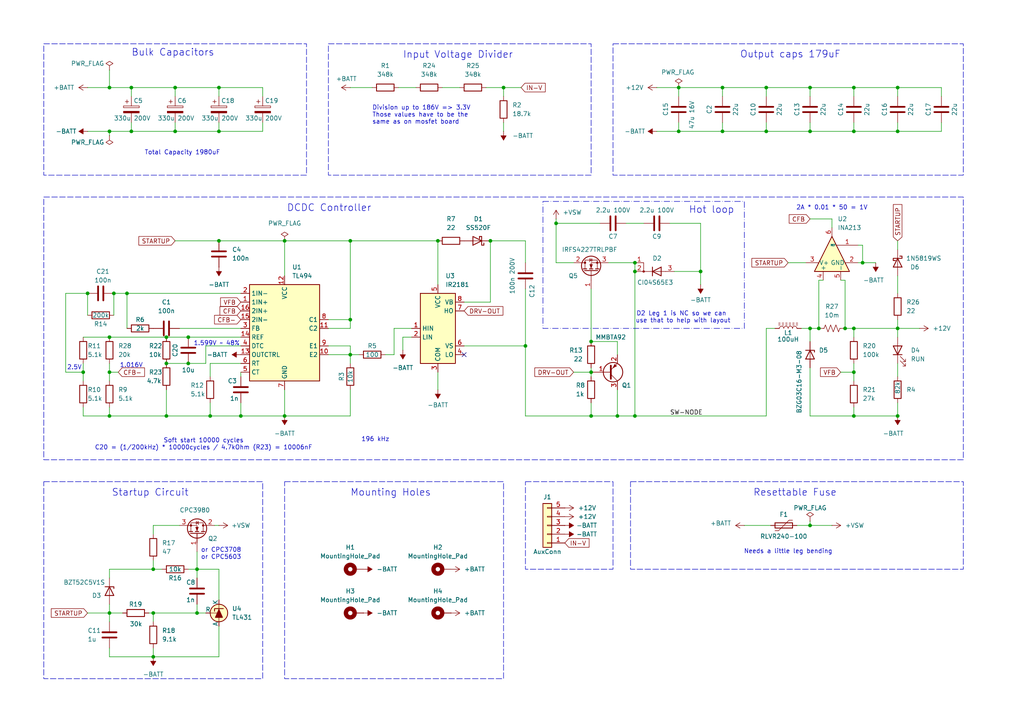
<source format=kicad_sch>
(kicad_sch (version 20231120) (generator "eeschema") (generator_version "8.0")
  (paper "A4")
  (title_block (title "Power supply for 200V applications") (date "2024-05-22") (rev "3.2.0") (comment 1 "Power supply for 200V applications") (comment 2 "For 100x220 enclosure"))
  (junction (at 260.35 95.25))
  (junction (at 44.45 177.8))
  (junction (at 234.95 95.25))
  (junction (at 260.35 120.65))
  (junction (at 245.11 95.25))
  (junction (at 171.45 107.95))
  (junction (at 237.49 95.25))
  (junction (at 31.75 25.4))
  (junction (at 209.55 25.4))
  (junction (at 101.6 69.85))
  (junction (at 222.25 38.1))
  (junction (at 234.95 152.4))
  (junction (at 38.1 38.1))
  (junction (at 260.35 38.1))
  (junction (at 54.61 97.79))
  (junction (at 247.65 95.25))
  (junction (at 184.15 76.2))
  (junction (at 127 69.85))
  (junction (at 31.75 177.8))
  (junction (at 196.85 25.4))
  (junction (at 48.26 105.41))
  (junction (at 247.65 25.4))
  (junction (at 222.25 25.4))
  (junction (at 63.5 69.85))
  (junction (at 63.5 38.1))
  (junction (at 25.4 85.09))
  (junction (at 31.75 120.65))
  (junction (at 31.75 38.1))
  (junction (at 247.65 120.65))
  (junction (at 38.1 25.4))
  (junction (at 60.96 120.65))
  (junction (at 36.83 85.09))
  (junction (at 247.65 38.1))
  (junction (at 146.05 25.4))
  (junction (at 161.29 64.77))
  (junction (at 184.15 120.65))
  (junction (at 82.55 120.65))
  (junction (at 171.45 120.65))
  (junction (at 184.15 78.74))
  (junction (at 196.85 38.1))
  (junction (at 234.95 25.4))
  (junction (at 50.8 25.4))
  (junction (at 48.26 97.79))
  (junction (at 44.45 165.1))
  (junction (at 44.45 190.5))
  (junction (at 31.75 107.95))
  (junction (at 171.45 99.06))
  (junction (at 50.8 38.1))
  (junction (at 57.15 177.8))
  (junction (at 203.2 78.74))
  (junction (at 101.6 92.71))
  (junction (at 250.19 76.2))
  (junction (at 209.55 38.1))
  (junction (at 260.35 25.4))
  (junction (at 24.13 107.95))
  (junction (at 54.61 105.41))
  (junction (at 48.26 120.65))
  (junction (at 82.55 69.85))
  (junction (at 57.15 165.1))
  (junction (at 179.07 120.65))
  (junction (at 63.5 25.4))
  (junction (at 31.75 97.79))
  (junction (at 142.24 69.85))
  (junction (at 69.85 120.65))
  (junction (at 152.4 100.33))
  (junction (at 33.02 85.09))
  (junction (at 101.6 102.87))
  (junction (at 247.65 107.95))
  (junction (at 234.95 38.1))
  (no_connect (at 134.62 102.87))
  (wire (pts (xy 222.25 95.25) (xy 222.25 120.65)))
  (wire (pts (xy 184.15 78.74) (xy 184.15 120.65)))
  (wire (pts (xy 101.6 100.33) (xy 101.6 102.87)))
  (wire (pts (xy 260.35 97.79) (xy 260.35 95.25)))
  (wire (pts (xy 134.62 100.33) (xy 152.4 100.33)))
  (wire (pts (xy 54.61 105.41) (xy 59.69 105.41)))
  (wire (pts (xy 222.25 35.56) (xy 222.25 38.1)))
  (wire (pts (xy 31.75 107.95) (xy 34.29 107.95)))
  (wire (pts (xy 250.19 71.12) (xy 248.92 71.12)))
  (wire (pts (xy 260.35 95.25) (xy 266.7 95.25)))
  (wire (pts (xy 116.84 97.79) (xy 119.38 97.79)))
  (wire (pts (xy 179.07 99.06) (xy 171.45 99.06)))
  (wire (pts (xy 234.95 25.4) (xy 234.95 27.94)))
  (wire (pts (xy 247.65 25.4) (xy 247.65 27.94)))
  (wire (pts (xy 57.15 177.8) (xy 59.69 177.8)))
  (wire (pts (xy 38.1 27.94) (xy 38.1 25.4)))
  (wire (pts (xy 161.29 63.5) (xy 161.29 64.77)))
  (wire (pts (xy 54.61 165.1) (xy 57.15 165.1)))
  (wire (pts (xy 273.05 25.4) (xy 273.05 27.94)))
  (wire (pts (xy 31.75 177.8) (xy 35.56 177.8)))
  (wire (pts (xy 234.95 151.13) (xy 234.95 152.4)))
  (wire (pts (xy 44.45 162.56) (xy 44.45 165.1)))
  (wire (pts (xy 44.45 177.8) (xy 43.18 177.8)))
  (wire (pts (xy 31.75 38.1) (xy 38.1 38.1)))
  (wire (pts (xy 260.35 109.22) (xy 260.35 105.41)))
  (wire (pts (xy 196.85 38.1) (xy 209.55 38.1)))
  (wire (pts (xy 31.75 120.65) (xy 48.26 120.65)))
  (wire (pts (xy 142.24 69.85) (xy 152.4 69.85)))
  (wire (pts (xy 247.65 25.4) (xy 260.35 25.4)))
  (wire (pts (xy 57.15 165.1) (xy 57.15 167.64)))
  (wire (pts (xy 190.5 25.4) (xy 196.85 25.4)))
  (wire (pts (xy 82.55 113.03) (xy 82.55 120.65)))
  (wire (pts (xy 203.2 82.55) (xy 203.2 78.74)))
  (wire (pts (xy 114.3 102.87) (xy 114.3 95.25)))
  (wire (pts (xy 31.75 39.37) (xy 31.75 38.1)))
  (wire (pts (xy 234.95 99.06) (xy 234.95 95.25)))
  (wire (pts (xy 59.69 105.41) (xy 59.69 100.33)))
  (wire (pts (xy 247.65 118.11) (xy 247.65 120.65)))
  (wire (pts (xy 31.75 177.8) (xy 31.75 175.26)))
  (wire (pts (xy 36.83 85.09) (xy 36.83 95.25)))
  (wire (pts (xy 31.75 165.1) (xy 31.75 167.64)))
  (wire (pts (xy 179.07 113.03) (xy 179.07 120.65)))
  (wire (pts (xy 44.45 177.8) (xy 57.15 177.8)))
  (wire (pts (xy 44.45 190.5) (xy 63.5 190.5)))
  (wire (pts (xy 19.05 85.09) (xy 19.05 107.95)))
  (wire (pts (xy 48.26 105.41) (xy 54.61 105.41)))
  (wire (pts (xy 38.1 25.4) (xy 50.8 25.4)))
  (wire (pts (xy 101.6 69.85) (xy 101.6 92.71)))
  (wire (pts (xy 63.5 38.1) (xy 76.2 38.1)))
  (wire (pts (xy 50.8 69.85) (xy 63.5 69.85)))
  (wire (pts (xy 50.8 25.4) (xy 63.5 25.4)))
  (wire (pts (xy 245.11 81.28) (xy 245.11 95.25)))
  (wire (pts (xy 237.49 81.28) (xy 237.49 95.25)))
  (wire (pts (xy 48.26 113.03) (xy 48.26 120.65)))
  (wire (pts (xy 24.13 107.95) (xy 24.13 105.41)))
  (wire (pts (xy 234.95 35.56) (xy 234.95 38.1)))
  (wire (pts (xy 101.6 113.03) (xy 101.6 120.65)))
  (wire (pts (xy 60.96 120.65) (xy 60.96 116.84)))
  (wire (pts (xy 24.13 120.65) (xy 31.75 120.65)))
  (wire (pts (xy 134.62 87.63) (xy 142.24 87.63)))
  (wire (pts (xy 127 69.85) (xy 127 82.55)))
  (wire (pts (xy 116.84 101.6) (xy 116.84 97.79)))
  (wire (pts (xy 152.4 69.85) (xy 152.4 76.2)))
  (wire (pts (xy 31.75 165.1) (xy 44.45 165.1)))
  (wire (pts (xy 33.02 85.09) (xy 36.83 85.09)))
  (wire (pts (xy 243.84 81.28) (xy 245.11 81.28)))
  (wire (pts (xy 203.2 64.77) (xy 203.2 78.74)))
  (wire (pts (xy 166.37 107.95) (xy 171.45 107.95)))
  (wire (pts (xy 31.75 97.79) (xy 48.26 97.79)))
  (wire (pts (xy 273.05 38.1) (xy 260.35 38.1)))
  (wire (pts (xy 247.65 110.49) (xy 247.65 107.95)))
  (wire (pts (xy 95.25 100.33) (xy 101.6 100.33)))
  (wire (pts (xy 250.19 76.2) (xy 254 76.2)))
  (wire (pts (xy 44.45 190.5) (xy 44.45 187.96)))
  (wire (pts (xy 176.53 76.2) (xy 184.15 76.2)))
  (wire (pts (xy 44.45 152.4) (xy 44.45 154.94)))
  (wire (pts (xy 31.75 180.34) (xy 31.75 177.8)))
  (wire (pts (xy 69.85 120.65) (xy 69.85 116.84)))
  (wire (pts (xy 196.85 25.4) (xy 209.55 25.4)))
  (wire (pts (xy 57.15 175.26) (xy 57.15 177.8)))
  (wire (pts (xy 57.15 160.02) (xy 57.15 165.1)))
  (wire (pts (xy 209.55 25.4) (xy 209.55 27.94)))
  (wire (pts (xy 152.4 83.82) (xy 152.4 100.33)))
  (wire (pts (xy 234.95 38.1) (xy 222.25 38.1)))
  (wire (pts (xy 250.19 71.12) (xy 250.19 76.2)))
  (wire (pts (xy 237.49 81.28) (xy 238.76 81.28)))
  (wire (pts (xy 171.45 116.84) (xy 171.45 120.65)))
  (wire (pts (xy 196.85 25.4) (xy 196.85 27.94)))
  (wire (pts (xy 95.25 92.71) (xy 101.6 92.71)))
  (wire (pts (xy 161.29 76.2) (xy 166.37 76.2)))
  (wire (pts (xy 209.55 25.4) (xy 222.25 25.4)))
  (wire (pts (xy 146.05 25.4) (xy 151.13 25.4)))
  (wire (pts (xy 52.07 95.25) (xy 69.85 95.25)))
  (wire (pts (xy 63.5 69.85) (xy 82.55 69.85)))
  (wire (pts (xy 232.41 95.25) (xy 234.95 95.25)))
  (wire (pts (xy 231.14 152.4) (xy 234.95 152.4)))
  (wire (pts (xy 31.75 25.4) (xy 38.1 25.4)))
  (wire (pts (xy 260.35 38.1) (xy 247.65 38.1)))
  (wire (pts (xy 82.55 69.85) (xy 82.55 80.01)))
  (wire (pts (xy 25.4 38.1) (xy 31.75 38.1)))
  (wire (pts (xy 247.65 35.56) (xy 247.65 38.1)))
  (wire (pts (xy 63.5 173.99) (xy 63.5 165.1)))
  (wire (pts (xy 127 113.03) (xy 127 107.95)))
  (wire (pts (xy 243.84 107.95) (xy 247.65 107.95)))
  (wire (pts (xy 76.2 27.94) (xy 76.2 25.4)))
  (wire (pts (xy 234.95 95.25) (xy 237.49 95.25)))
  (wire (pts (xy 140.97 25.4) (xy 146.05 25.4)))
  (wire (pts (xy 36.83 85.09) (xy 69.85 85.09)))
  (wire (pts (xy 59.69 100.33) (xy 69.85 100.33)))
  (wire (pts (xy 50.8 27.94) (xy 50.8 25.4)))
  (wire (pts (xy 82.55 69.85) (xy 101.6 69.85)))
  (wire (pts (xy 222.25 25.4) (xy 222.25 27.94)))
  (wire (pts (xy 171.45 107.95) (xy 171.45 106.68)))
  (wire (pts (xy 247.65 38.1) (xy 234.95 38.1)))
  (wire (pts (xy 111.76 102.87) (xy 114.3 102.87)))
  (wire (pts (xy 54.61 97.79) (xy 69.85 97.79)))
  (wire (pts (xy 234.95 25.4) (xy 247.65 25.4)))
  (wire (pts (xy 101.6 102.87) (xy 104.14 102.87)))
  (wire (pts (xy 161.29 64.77) (xy 173.99 64.77)))
  (wire (pts (xy 101.6 25.4) (xy 107.95 25.4)))
  (wire (pts (xy 31.75 107.95) (xy 31.75 105.41)))
  (wire (pts (xy 260.35 116.84) (xy 260.35 120.65)))
  (wire (pts (xy 209.55 38.1) (xy 209.55 35.56)))
  (wire (pts (xy 38.1 38.1) (xy 50.8 38.1)))
  (wire (pts (xy 195.58 78.74) (xy 203.2 78.74)))
  (wire (pts (xy 101.6 102.87) (xy 101.6 105.41)))
  (wire (pts (xy 142.24 69.85) (xy 142.24 87.63)))
  (wire (pts (xy 241.3 63.5) (xy 241.3 66.04)))
  (wire (pts (xy 247.65 120.65) (xy 234.95 120.65)))
  (wire (pts (xy 31.75 118.11) (xy 31.75 120.65)))
  (wire (pts (xy 179.07 120.65) (xy 184.15 120.65)))
  (wire (pts (xy 184.15 120.65) (xy 222.25 120.65)))
  (wire (pts (xy 234.95 152.4) (xy 241.3 152.4)))
  (wire (pts (xy 76.2 38.1) (xy 76.2 35.56)))
  (wire (pts (xy 260.35 69.85) (xy 260.35 72.39)))
  (wire (pts (xy 25.4 25.4) (xy 31.75 25.4)))
  (wire (pts (xy 228.6 76.2) (xy 233.68 76.2)))
  (wire (pts (xy 44.45 165.1) (xy 46.99 165.1)))
  (wire (pts (xy 146.05 25.4) (xy 146.05 27.94)))
  (wire (pts (xy 24.13 97.79) (xy 31.75 97.79)))
  (wire (pts (xy 179.07 102.87) (xy 179.07 99.06)))
  (wire (pts (xy 260.35 80.01) (xy 260.35 85.09)))
  (wire (pts (xy 215.9 152.4) (xy 223.52 152.4)))
  (wire (pts (xy 115.57 25.4) (xy 120.65 25.4)))
  (wire (pts (xy 63.5 190.5) (xy 63.5 181.61)))
  (wire (pts (xy 50.8 38.1) (xy 50.8 35.56)))
  (wire (pts (xy 60.96 105.41) (xy 60.96 109.22)))
  (wire (pts (xy 50.8 38.1) (xy 63.5 38.1)))
  (wire (pts (xy 260.35 95.25) (xy 260.35 92.71)))
  (wire (pts (xy 171.45 83.82) (xy 171.45 99.06)))
  (wire (pts (xy 69.85 105.41) (xy 60.96 105.41)))
  (wire (pts (xy 24.13 118.11) (xy 24.13 120.65)))
  (wire (pts (xy 69.85 107.95) (xy 69.85 109.22)))
  (wire (pts (xy 33.02 85.09) (xy 33.02 91.44)))
  (wire (pts (xy 101.6 92.71) (xy 101.6 95.25)))
  (wire (pts (xy 248.92 76.2) (xy 250.19 76.2)))
  (wire (pts (xy 247.65 120.65) (xy 260.35 120.65)))
  (wire (pts (xy 101.6 120.65) (xy 82.55 120.65)))
  (wire (pts (xy 48.26 97.79) (xy 54.61 97.79)))
  (wire (pts (xy 25.4 177.8) (xy 31.75 177.8)))
  (wire (pts (xy 38.1 38.1) (xy 38.1 35.56)))
  (wire (pts (xy 101.6 69.85) (xy 127 69.85)))
  (wire (pts (xy 181.61 64.77) (xy 186.69 64.77)))
  (wire (pts (xy 245.11 95.25) (xy 247.65 95.25)))
  (wire (pts (xy 31.75 190.5) (xy 44.45 190.5)))
  (wire (pts (xy 31.75 20.32) (xy 31.75 25.4)))
  (wire (pts (xy 152.4 120.65) (xy 171.45 120.65)))
  (wire (pts (xy 57.15 165.1) (xy 63.5 165.1)))
  (wire (pts (xy 19.05 107.95) (xy 24.13 107.95)))
  (wire (pts (xy 184.15 76.2) (xy 184.15 78.74)))
  (wire (pts (xy 95.25 95.25) (xy 101.6 95.25)))
  (wire (pts (xy 114.3 95.25) (xy 119.38 95.25)))
  (wire (pts (xy 52.07 152.4) (xy 44.45 152.4)))
  (wire (pts (xy 234.95 63.5) (xy 241.3 63.5)))
  (wire (pts (xy 25.4 85.09) (xy 25.4 91.44)))
  (wire (pts (xy 76.2 25.4) (xy 63.5 25.4)))
  (wire (pts (xy 196.85 38.1) (xy 196.85 35.56)))
  (wire (pts (xy 260.35 25.4) (xy 273.05 25.4)))
  (wire (pts (xy 152.4 120.65) (xy 152.4 100.33)))
  (wire (pts (xy 69.85 120.65) (xy 82.55 120.65)))
  (wire (pts (xy 190.5 38.1) (xy 196.85 38.1)))
  (wire (pts (xy 247.65 97.79) (xy 247.65 95.25)))
  (wire (pts (xy 48.26 120.65) (xy 60.96 120.65)))
  (wire (pts (xy 31.75 110.49) (xy 31.75 107.95)))
  (wire (pts (xy 128.27 25.4) (xy 133.35 25.4)))
  (wire (pts (xy 247.65 95.25) (xy 260.35 95.25)))
  (wire (pts (xy 44.45 177.8) (xy 44.45 180.34)))
  (wire (pts (xy 194.31 64.77) (xy 203.2 64.77)))
  (wire (pts (xy 161.29 64.77) (xy 161.29 76.2)))
  (wire (pts (xy 63.5 38.1) (xy 63.5 35.56)))
  (wire (pts (xy 171.45 107.95) (xy 171.45 109.22)))
  (wire (pts (xy 260.35 35.56) (xy 260.35 38.1)))
  (wire (pts (xy 234.95 106.68) (xy 234.95 120.65)))
  (wire (pts (xy 260.35 25.4) (xy 260.35 27.94)))
  (wire (pts (xy 24.13 110.49) (xy 24.13 107.95)))
  (wire (pts (xy 247.65 105.41) (xy 247.65 107.95)))
  (wire (pts (xy 95.25 102.87) (xy 101.6 102.87)))
  (wire (pts (xy 63.5 27.94) (xy 63.5 25.4)))
  (wire (pts (xy 146.05 38.1) (xy 146.05 35.56)))
  (wire (pts (xy 171.45 120.65) (xy 179.07 120.65)))
  (wire (pts (xy 222.25 25.4) (xy 234.95 25.4)))
  (wire (pts (xy 25.4 85.09) (xy 19.05 85.09)))
  (wire (pts (xy 63.5 152.4) (xy 62.23 152.4)))
  (wire (pts (xy 222.25 95.25) (xy 224.79 95.25)))
  (wire (pts (xy 60.96 120.65) (xy 69.85 120.65)))
  (wire (pts (xy 273.05 35.56) (xy 273.05 38.1)))
  (wire (pts (xy 222.25 38.1) (xy 209.55 38.1)))
  (wire (pts (xy 31.75 187.96) (xy 31.75 190.5)))
  (rectangle (start 157.48 58.42) (end 215.9 95.25) (stroke (width 0) (type dash_dot)))
  (rectangle (start 82.55 139.7) (end 146.05 196.85) (stroke (width 0) (type dash)))
  (rectangle (start 177.8 12.7) (end 279.4 50.8) (stroke (width 0) (type dash)))
  (rectangle (start 12.7 12.7) (end 88.9 50.8) (stroke (width 0) (type dash)))
  (rectangle (start 152.4 139.7) (end 177.8 165.1) (stroke (width 0) (type dash)))
  (rectangle (start 182.88 139.7) (end 279.4 165.1) (stroke (width 0) (type dash)))
  (rectangle (start 12.7 57.15) (end 279.4 133.35) (stroke (width 0) (type dash)))
  (rectangle (start 12.7 139.7) (end 76.2 196.85) (stroke (width 0) (type dash)))
  (rectangle (start 95.25 12.7) (end 171.45 50.8) (stroke (width 0) (type dash)))
  (text "DCDC Controller" (at 83.185 61.595 0) (effects (font (size 2 2)) (justify left bottom)))
  (text "Input Voltage Divider" (at 116.84 17.145 0) (effects (font (size 2 2)) (justify left bottom)))
  (text "Mounting Holes" (at 101.6 144.145 0) (effects (font (size 2 2)) (justify left bottom)))
  (text "Bulk Capacitors" (at 38.1 16.51 0) (effects (font (size 2 2)) (justify left bottom)))
  (text "2A * 0.01 * 50 = 1V" (at 241.3 60.325 0) (effects (font (size 1.27 1.27))))
  (text "1.599V ~ 48%" (at 62.865 99.695 0) (effects (font (size 1.27 1.27))))
  (text "Needs a little leg bending" (at 228.6 160.02 0) (effects (font (size 1.27 1.27))))
  (text "Startup Circuit" (at 32.385 144.145 0) (effects (font (size 2 2)) (justify left bottom)))
  (text "Resettable Fuse" (at 218.44 144.145 0) (effects (font (size 2 2)) (justify left bottom)))
  (text "Total Capacity 1980uF" (at 41.91 45.085 0) (effects (font (size 1.27 1.27)) (justify left bottom)))
  (text "or CPC3708\nor CPC5603" (at 64.135 160.655 0) (effects (font (size 1.27 1.27))))
  (text "Hot loop" (at 206.375 60.96 0) (effects (font (size 2 2))))
  (text "Soft start 10000 cycles\nC20 = (1/200kHz) * 10000cycles / 4.7kOhm (R23) = 10006nF\n" (at 59.055 128.905 0) (effects (font (size 1.27 1.27))))
  (text "196 kHz" (at 104.775 128.27 0) (effects (font (size 1.27 1.27)) (justify left bottom)))
  (text "1.016V" (at 38.1 106.045 0) (effects (font (size 1.27 1.27))))
  (text "Output caps 179uF" (at 229.235 15.875 0) (effects (font (size 2 2))))
  (text "Division up to 186V => 3.3V\nThose values have to be the \nsame as on mosfet board" (at 107.95 36.195 0) (effects (font (size 1.27 1.27)) (justify left bottom)))
  (text "2.5V" (at 21.59 106.68 0) (effects (font (size 1.27 1.27))))
  (text "D2 Leg 1 is NC so we can \nuse that to help with layout\n" (at 198.12 92.075 0) (effects (font (size 1.27 1.27))))
  (label "SW-NODE" (at 194.31 120.65 0))
  (global_label "CFB-" (shape input) (at 34.29 107.95 0) (property "Intersheetrefs" "${INTERSHEET_REFS}" (effects (hide yes))))
  (global_label "CFB" (shape input) (at 69.85 90.17 180) (property "Intersheetrefs" "${INTERSHEET_REFS}" (effects (hide yes))))
  (global_label "STARTUP" (shape input) (at 260.35 69.85 90) (property "Intersheetrefs" "${INTERSHEET_REFS}" (effects (hide yes))))
  (global_label "STARTUP" (shape input) (at 228.6 76.2 180) (property "Intersheetrefs" "${INTERSHEET_REFS}" (effects (hide yes))))
  (global_label "CFB" (shape input) (at 234.95 63.5 180) (property "Intersheetrefs" "${INTERSHEET_REFS}" (effects (hide yes))))
  (global_label "IN-V" (shape input) (at 151.13 25.4 0) (property "Intersheetrefs" "${INTERSHEET_REFS}" (effects (hide yes))))
  (global_label "DRV-OUT" (shape input) (at 134.62 90.17 0) (property "Intersheetrefs" "${INTERSHEET_REFS}" (effects (hide yes))))
  (global_label "DRV-OUT" (shape input) (at 166.37 107.95 180) (property "Intersheetrefs" "${INTERSHEET_REFS}" (effects (hide yes))))
  (global_label "CFB-" (shape input) (at 69.85 92.71 180) (property "Intersheetrefs" "${INTERSHEET_REFS}" (effects (hide yes))))
  (global_label "VFB" (shape input) (at 243.84 107.95 180) (property "Intersheetrefs" "${INTERSHEET_REFS}" (effects (hide yes))))
  (global_label "STARTUP" (shape input) (at 25.4 177.8 180) (property "Intersheetrefs" "${INTERSHEET_REFS}" (effects (hide yes))))
  (global_label "STARTUP" (shape input) (at 50.8 69.85 180) (property "Intersheetrefs" "${INTERSHEET_REFS}" (effects (hide yes))))
  (global_label "VFB" (shape input) (at 69.85 87.63 180) (property "Intersheetrefs" "${INTERSHEET_REFS}" (effects (hide yes))))
  (global_label "IN-V" (shape input) (at 163.83 157.48 0) (property "Intersheetrefs" "${INTERSHEET_REFS}" (effects (hide yes))))
  (symbol (lib_id "Device:R_US") (at 241.3 95.25 90) (unit 1)
    (property "Reference" "R27" (at 241.3 88.9 90))
    (property "Value" "10m" (at 241.3 91.44 90))
    (property "Footprint" "Resistor_SMD:R_2512_6332Metric" (effects (hide yes)))
    (property "MPN" "C2903468" (effects (hide yes)))
  )
  (symbol (lib_id "Device:C") (at 54.61 101.6 0) (unit 1)
    (property "Reference" "C20" (at 50.8 101.6 90))
    (property "Value" "10u" (at 54.61 107.315 0))
    (property "Footprint" "Capacitor_SMD:C_0603_1608Metric" (effects (hide yes)))
    (property "MPN" "C96446" (effects (hide yes)))
  )
  (symbol (lib_id "Transistor_FET:STD7NK40Z") (at 171.45 78.74 90) (unit 1)
    (property "Reference" "Q5" (at 167.64 80.01 90) (effects (justify left)))
    (property "Value" "IRFS4227TRLPBF" (at 179.07 72.39 90) (effects (justify left)))
    (property "Footprint" "Package_TO_SOT_SMD:TO-263-2" (effects (hide yes)))
    (property "Datasheet" "https://www.st.com/resource/en/datasheet/std7nk40zt4.pdf" (effects (hide yes)))
    (property "Description" "5.4A Id, 400V Vds, N-Channel MOSFET, 1Ohm Ron, DPAK" (effects (hide yes)))
    (property "MPN" "C146578" (effects (hide yes)))
    (property "JLCPosOffset" "0,0" (effects (hide yes)))
  )
  (symbol (lib_id "power:+VSW") (at 161.29 63.5 0) (unit 1)
    (property "Reference" "#PWR038" (effects (hide yes)))
    (property "Value" "+VSW" (at 163.195 61.595 0) (effects (justify left)))
    (property "Description" "Power symbol creates a global label with name \"+VSW\"" (effects (hide yes)))
  )
  (symbol (lib_id "power:-BATT") (at 44.45 190.5 180) (unit 1)
    (property "Reference" "#PWR031" (effects (hide yes)))
    (property "Value" "-BATT" (at 44.45 195.58 0))
    (property "Description" "Power symbol creates a global label with name \"-BATT\"" (effects (hide yes)))
  )
  (symbol (lib_id "power:-BATT") (at 105.41 165.1 270) (unit 1)
    (property "Reference" "#PWR06" (effects (hide yes)))
    (property "Value" "-BATT" (at 109.22 165.1 90) (effects (justify left)))
    (property "Description" "Power symbol creates a global label with name \"-BATT\"" (effects (hide yes)))
  )
  (symbol (lib_id "power:+12V") (at 163.83 147.32 270) (unit 1)
    (property "Reference" "#PWR024" (effects (hide yes)))
    (property "Value" "+12V" (at 167.64 147.32 90) (effects (justify left)))
    (property "Description" "Power symbol creates a global label with name \"+12V\"" (effects (hide yes)))
  )
  (symbol (lib_id "Device:R") (at 24.13 101.6 0) (unit 1)
    (property "Reference" "R11" (at 25.4 100.33 0) (effects (justify left)))
    (property "Value" "5.1k" (at 25.4 102.87 0) (effects (justify left)))
    (property "Footprint" "Resistor_SMD:R_0603_1608Metric" (effects (hide yes)))
    (property "MPN" "C23186" (effects (hide yes)))
    (property "Mouser" "603-RC0805FR-0744K2L" (effects (hide yes)))
  )
  (symbol (lib_id "Driver_FET:IR2181") (at 127 95.25 0) (unit 1)
    (property "Reference" "U3" (at 129.1941 80.01 0) (effects (justify left)))
    (property "Value" "IR2181" (at 129.1941 82.55 0) (effects (justify left)))
    (property "Footprint" "Package_SO:SOIC-8_3.9x4.9mm_P1.27mm" (effects (hide yes)))
    (property "Datasheet" "https://www.infineon.com/dgdl/ir2181.pdf?fileId=5546d462533600a4015355c93cdd16ce" (effects (hide yes)))
    (property "MPN" "C37524" (effects (hide yes)))
    (property "JLCRotOffset" "90" (effects (hide yes)))
  )
  (symbol (lib_id "power:+BATT") (at 101.6 25.4 90) (unit 1)
    (property "Reference" "#PWR04" (effects (hide yes)))
    (property "Value" "+BATT" (at 103.505 22.86 90) (effects (justify left)))
    (property "Description" "Power symbol creates a global label with name \"+BATT\"" (effects (hide yes)))
  )
  (symbol (lib_id "Device:C") (at 152.4 80.01 0) (unit 1)
    (property "Reference" "C12" (at 154.305 84.455 90))
    (property "Value" "100n 200V" (at 148.59 80.01 90))
    (property "Footprint" "Capacitor_SMD:C_0805_2012Metric" (effects (hide yes)))
    (property "MPN" "C784084" (effects (hide yes)))
  )
  (symbol (lib_id "power:-BATT") (at 254 76.2 180) (unit 1)
    (property "Reference" "#PWR025" (effects (hide yes)))
    (property "Value" "-BATT" (at 253.365 81.28 0))
    (property "Description" "Power symbol creates a global label with name \"-BATT\"" (effects (hide yes)))
  )
  (symbol (lib_id "power:+BATT") (at 130.81 165.1 270) (unit 1)
    (property "Reference" "#PWR013" (effects (hide yes)))
    (property "Value" "+BATT" (at 134.62 165.1 90) (effects (justify left)))
    (property "Description" "Power symbol creates a global label with name \"+BATT\"" (effects (hide yes)))
  )
  (symbol (lib_id "power:PWR_FLAG") (at 31.75 39.37 180) (unit 1)
    (property "Reference" "#FLG05" (effects (hide yes)))
    (property "Value" "PWR_FLAG" (at 25.4 41.275 0))
    (property "Description" "Special symbol for telling ERC where power comes from" (effects (hide yes)))
  )
  (symbol (lib_id "power:-BATT") (at 127 113.03 180) (unit 1)
    (property "Reference" "#PWR023" (effects (hide yes)))
    (property "Value" "-BATT" (at 127 117.475 0))
    (property "Description" "Power symbol creates a global label with name \"-BATT\"" (effects (hide yes)))
  )
  (symbol (lib_id "power:+12V") (at 163.83 149.86 270) (unit 1)
    (property "Reference" "#PWR08" (effects (hide yes)))
    (property "Value" "+12V" (at 167.64 149.86 90) (effects (justify left)))
    (property "Description" "Power symbol creates a global label with name \"+12V\"" (effects (hide yes)))
  )
  (symbol (lib_id "power:-BATT") (at 190.5 38.1 90) (unit 1)
    (property "Reference" "#PWR017" (effects (hide yes)))
    (property "Value" "-BATT" (at 184.15 38.1 90))
    (property "Description" "Power symbol creates a global label with name \"-BATT\"" (effects (hide yes)))
  )
  (symbol (lib_id "power:PWR_FLAG") (at 31.75 20.32 0) (unit 1)
    (property "Reference" "#FLG04" (effects (hide yes)))
    (property "Value" "PWR_FLAG" (at 25.4 18.415 0))
    (property "Description" "Special symbol for telling ERC where power comes from" (effects (hide yes)))
  )
  (symbol (lib_id "Device:C") (at 29.21 85.09 270) (unit 1)
    (property "Reference" "C21" (at 29.845 78.74 90))
    (property "Value" "100n" (at 29.845 81.28 90))
    (property "Footprint" "Capacitor_SMD:C_0603_1608Metric" (effects (hide yes)))
    (property "MPN" "C14663" (effects (hide yes)))
    (property "Mouser" "581-08055C104KAT4A" (effects (hide yes)))
  )
  (symbol (lib_id "power:-BATT") (at 25.4 38.1 90) (unit 1)
    (property "Reference" "#PWR012" (effects (hide yes)))
    (property "Value" "-BATT" (at 22.225 38.1 90) (effects (justify left)))
    (property "Description" "Power symbol creates a global label with name \"-BATT\"" (effects (hide yes)))
  )
  (symbol (lib_id "Device:R") (at 171.45 102.87 180) (unit 1)
    (property "Reference" "R13" (at 165.1 101.6 0) (effects (justify right)))
    (property "Value" "22" (at 166.37 104.14 0) (effects (justify right)))
    (property "Footprint" "Resistor_SMD:R_0603_1608Metric" (effects (hide yes)))
    (property "MPN" "C23345" (effects (hide yes)))
    (property "Mouser" "71-CRCW080520R0FKEAC" (effects (hide yes)))
  )
  (symbol (lib_id "Device:R") (at 171.45 113.03 180) (unit 1)
    (property "Reference" "R8" (at 167.005 111.76 0) (effects (justify right)))
    (property "Value" "1k" (at 167.005 114.3 0) (effects (justify right)))
    (property "Footprint" "Resistor_SMD:R_0603_1608Metric" (effects (hide yes)))
    (property "MPN" "C21190" (effects (hide yes)))
    (property "Mouser" "71-CRCW080520R0FKEAC" (effects (hide yes)))
  )
  (symbol (lib_id "Device:D_Zener") (at 31.75 171.45 270) (unit 1)
    (property "Reference" "D3" (at 26.67 172.72 90) (effects (justify left)))
    (property "Value" "BZT52C5V1S" (at 18.415 168.91 90) (effects (justify left)))
    (property "Footprint" "Diode_SMD:D_SOD-323_HandSoldering" (effects (hide yes)))
    (property "MPN" "C2886317" (effects (hide yes)))
  )
  (symbol (lib_id "Device:R") (at 31.75 114.3 0) (unit 1)
    (property "Reference" "R9" (at 34.29 113.03 0) (effects (justify left)))
    (property "Value" "5.1k" (at 34.29 115.57 0) (effects (justify left)))
    (property "Footprint" "Resistor_SMD:R_0603_1608Metric" (effects (hide yes)))
    (property "MPN" "C23186" (effects (hide yes)))
  )
  (symbol (lib_id "Device:C") (at 57.15 171.45 0) (unit 1)
    (property "Reference" "C8" (at 53.975 168.91 0) (effects (justify left)))
    (property "Value" "1n" (at 53.975 173.99 0) (effects (justify left)))
    (property "Footprint" "Capacitor_SMD:C_0603_1608Metric" (effects (hide yes)))
    (property "MPN" "C1588" (effects (hide yes)))
    (property "Mouser" "80-C0603C102K5R7081" (effects (hide yes)))
  )
  (symbol (lib_id "power:+BATT") (at 215.9 152.4 90) (unit 1)
    (property "Reference" "#PWR034" (effects (hide yes)))
    (property "Value" "+BATT" (at 212.09 151.765 90) (effects (justify left)))
    (property "Description" "Power symbol creates a global label with name \"+BATT\"" (effects (hide yes)))
  )
  (symbol (lib_id "Device:R") (at 260.35 88.9 180) (unit 1)
    (property "Reference" "R26" (at 262.89 87.6299 0) (effects (justify right)))
    (property "Value" "22" (at 262.89 90.17 0) (effects (justify right)))
    (property "Footprint" "Resistor_SMD:R_0603_1608Metric" (effects (hide yes)))
    (property "MPN" "C23345" (effects (hide yes)))
    (property "Mouser" "71-CRCW080520R0FKEAC" (effects (hide yes)))
  )
  (symbol (lib_id "Device:R") (at 247.65 101.6 0) (unit 1)
    (property "Reference" "R20" (at 250.19 100.3299 0) (effects (justify left)))
    (property "Value" "100k" (at 250.19 102.8699 0) (effects (justify left)))
    (property "Footprint" "Resistor_SMD:R_0603_1608Metric" (effects (hide yes)))
    (property "MPN" "C25803" (effects (hide yes)))
  )
  (symbol (lib_id "Device:C") (at 196.85 31.75 0) (unit 1)
    (property "Reference" "C15" (at 193.04 33.655 90) (effects (justify left)))
    (property "Value" "47u 16V" (at 200.66 37.465 90) (effects (justify left)))
    (property "Footprint" "Capacitor_SMD:C_1210_3225Metric" (effects (hide yes)))
    (property "MPN" "C2918513" (effects (hide yes)))
    (property "Mouser" "81-GRM32EC81C476KE5K" (effects (hide yes)))
  )
  (symbol (lib_id "power:-BATT") (at 69.85 102.87 90) (unit 1)
    (property "Reference" "#PWR02" (effects (hide yes)))
    (property "Value" "-BATT" (at 66.04 102.87 90) (effects (justify left)))
    (property "Description" "Power symbol creates a global label with name \"-BATT\"" (effects (hide yes)))
  )
  (symbol (lib_id "Device:D_Schottky") (at 260.35 76.2 270) (unit 1)
    (property "Reference" "D6" (at 266.7 77.47 90) (effects (justify right)))
    (property "Value" "1N5819WS" (at 273.05 74.93 90) (effects (justify right)))
    (property "Footprint" "Diode_SMD:D_SOD-323_HandSoldering" (effects (hide yes)))
    (property "MPN" "C191023" (effects (hide yes)))
  )
  (symbol (lib_id "Device:R") (at 39.37 177.8 270) (unit 1)
    (property "Reference" "R19" (at 41.275 175.26 90) (effects (justify right)))
    (property "Value" "30k" (at 41.275 180.975 90) (effects (justify right)))
    (property "Footprint" "Resistor_SMD:R_0603_1608Metric" (effects (hide yes)))
    (property "MPN" "C22984" (effects (hide yes)))
    (property "Mouser" "71-CRCW080520R0FKEAC" (effects (hide yes)))
  )
  (symbol (lib_id "Device:L_Ferrite") (at 228.6 95.25 90) (unit 1)
    (property "Reference" "L1" (at 228.6 96.52 90))
    (property "Value" "100uH" (at 228.6 98.425 90))
    (property "Footprint" "Inductor_SMD:L_Chilisin_BMRG00131360" (effects (hide yes)))
    (property "MPN" "C408533" (effects (hide yes)))
  )
  (symbol (lib_id "Device:R") (at 48.26 109.22 0) (unit 1)
    (property "Reference" "R23" (at 43.18 107.95 0) (effects (justify left)))
    (property "Value" "4.7k" (at 42.545 110.49 0) (effects (justify left)))
    (property "Footprint" "Resistor_SMD:R_0603_1608Metric" (effects (hide yes)))
    (property "MPN" "C23162" (effects (hide yes)))
  )
  (symbol (lib_id "Device:Q_PNP_BEC") (at 176.53 107.95 0) (mirror x) (unit 1)
    (property "Reference" "Q1" (at 180.34 111.76 0) (effects (justify left)))
    (property "Value" "MMBTA92" (at 172.72 97.79 0) (effects (justify left)))
    (property "Footprint" "Package_TO_SOT_SMD:SOT-23" (effects (hide yes)))
    (property "Description" "PNP transistor, base/emitter/collector" (effects (hide yes)))
    (property "MPN" "C916395" (effects (hide yes)))
  )
  (symbol (lib_id "Device:C") (at 209.55 31.75 0) (unit 1)
    (property "Reference" "C2" (at 205.74 31.75 90))
    (property "Value" "22u" (at 213.36 31.75 90))
    (property "Footprint" "Capacitor_SMD:C_1206_3216Metric" (effects (hide yes)))
    (property "MPN" "C12891" (effects (hide yes)))
  )
  (symbol (lib_id "Device:R") (at 48.26 101.6 0) (unit 1)
    (property "Reference" "R22" (at 43.18 100.33 0) (effects (justify left)))
    (property "Value" "10k" (at 43.18 102.87 0) (effects (justify left)))
    (property "Footprint" "Resistor_SMD:R_0603_1608Metric" (effects (hide yes)))
    (property "MPN" "C25804" (effects (hide yes)))
  )
  (symbol (lib_id "power:-BATT") (at 63.5 77.47 180) (unit 1)
    (property "Reference" "#PWR037" (effects (hide yes)))
    (property "Value" "-BATT" (at 63.5 82.55 0))
    (property "Description" "Power symbol creates a global label with name \"-BATT\"" (effects (hide yes)))
  )
  (symbol (lib_id "Device:R") (at 44.45 184.15 0) (unit 1)
    (property "Reference" "R18" (at 46.99 182.8799 0) (effects (justify left)))
    (property "Value" "9.1k" (at 46.99 185.4199 0) (effects (justify left)))
    (property "Footprint" "Resistor_SMD:R_0603_1608Metric" (effects (hide yes)))
    (property "MPN" "C23260" (effects (hide yes)))
  )
  (symbol (lib_id "Device:D_Zener") (at 234.95 102.87 270) (unit 1)
    (property "Reference" "D5" (at 237.49 101.5999 90) (effects (justify left)))
    (property "Value" "BZG03C16-M3-08" (at 231.775 101.6 0) (effects (justify left)))
    (property "Footprint" "Diode_SMD:D_SMB" (effects (hide yes)))
    (property "MPN" "C5224074" (effects (hide yes)))
    (property "Mouser" "821-1SMB5928" (effects (hide yes)))
  )
  (symbol (lib_id "power:PWR_FLAG") (at 82.55 69.85 0) (unit 1)
    (property "Reference" "#FLG01" (effects (hide yes)))
    (property "Value" "PWR_FLAG" (at 82.55 64.77 0))
    (property "Description" "Special symbol for telling ERC where power comes from" (effects (hide yes)))
  )
  (symbol (lib_id "Device:Polyfuse") (at 227.33 152.4 90) (unit 1)
    (property "Reference" "F1" (at 227.33 149.225 90))
    (property "Value" "RLVR240-100" (at 227.33 155.575 90))
    (property "Footprint" "Fuse:Fuse_Bourns_MF-RHT400" (effects (hide yes)))
    (property "Description" "Resettable fuse, polymeric positive temperature coefficient" (effects (hide yes)))
    (property "MPN" "C20876" (effects (hide yes)))
  )
  (symbol (lib_id "Device:C_Polarized") (at 76.2 31.75 0) (unit 1)
    (property "Reference" "C19" (at 76.835 29.21 0) (effects (justify left)))
    (property "Value" "330u 200V" (at 71.12 34.29 0) (effects (justify left)))
    (property "Footprint" "Capacitor_THT:CP_Radial_D18.0mm_P7.50mm" (effects (hide yes)))
    (property "Mouser" "661-EKMR201VS222MR50" (effects (hide yes)))
    (property "MPN" "C697601" (effects (hide yes)))
  )
  (symbol (lib_id "Device:C_Polarized") (at 50.8 31.75 0) (unit 1)
    (property "Reference" "C6" (at 51.435 29.21 0) (effects (justify left)))
    (property "Value" "330u 200V" (at 45.72 34.29 0) (effects (justify left)))
    (property "Footprint" "Capacitor_THT:CP_Radial_D18.0mm_P7.50mm" (effects (hide yes)))
    (property "Mouser" "661-EKMR201VS222MR50" (effects (hide yes)))
    (property "MPN" "C697601" (effects (hide yes)))
  )
  (symbol (lib_id "Device:C") (at 48.26 95.25 90) (unit 1)
    (property "Reference" "C1" (at 48.26 87.63 90))
    (property "Value" "100n" (at 48.26 90.17 90))
    (property "Footprint" "Capacitor_SMD:C_0603_1608Metric" (effects (hide yes)))
    (property "MPN" "C14663" (effects (hide yes)))
    (property "Mouser" "581-08055C104KAT4A" (effects (hide yes)))
  )
  (symbol (lib_id "Mechanical:MountingHole_Pad") (at 102.87 165.1 90) (unit 1) (in_bom no)
    (property "Reference" "H1" (at 101.6 158.75 90))
    (property "Value" "MountingHole_Pad" (at 101.6 161.29 90))
    (property "Footprint" "MountingHole:MountingHole_5.3mm_M5_Pad_Via" (effects (hide yes)))
  )
  (symbol (lib_id "Device:C") (at 234.95 31.75 0) (unit 1)
    (property "Reference" "C13" (at 231.14 31.75 90))
    (property "Value" "22u" (at 238.76 31.75 90))
    (property "Footprint" "Capacitor_SMD:C_1206_3216Metric" (effects (hide yes)))
    (property "MPN" "C12891" (effects (hide yes)))
  )
  (symbol (lib_id "power:+12V") (at 190.5 25.4 90) (unit 1)
    (property "Reference" "#PWR014" (effects (hide yes)))
    (property "Value" "+12V" (at 186.69 25.4 90) (effects (justify left)))
    (property "Description" "Power symbol creates a global label with name \"+12V\"" (effects (hide yes)))
  )
  (symbol (lib_id "power:PWR_FLAG") (at 196.85 25.4 0) (unit 1)
    (property "Reference" "#FLG03" (effects (hide yes)))
    (property "Value" "PWR_FLAG" (at 191.77 20.955 0) (effects (justify left)))
    (property "Description" "Special symbol for telling ERC where power comes from" (effects (hide yes)))
  )
  (symbol (lib_id "Transistor_FET:BSP129") (at 57.15 154.94 270) (mirror x) (unit 1)
    (property "Reference" "Q2" (at 60.325 156.21 90) (effects (justify left)))
    (property "Value" "CPC3980" (at 52.07 147.955 90) (effects (justify left)))
    (property "Footprint" "Package_TO_SOT_SMD:SOT-223-3_TabPin2" (effects (hide yes)))
    (property "Datasheet" "https://www.lcsc.com/datasheet/lcsc_datasheet_2303170930_Littelfuse-CPC3980ZTR_C5373317.pdf" (effects (hide yes)))
    (property "Description" "N-Channel Depletion-Mode Vertical DMOS FET" (effects (hide yes)))
    (property "MPN" "C5373317" (effects (hide yes)))
  )
  (symbol (lib_id "power:-BATT") (at 105.41 177.8 270) (unit 1)
    (property "Reference" "#PWR027" (effects (hide yes)))
    (property "Value" "-BATT" (at 109.22 177.8 90) (effects (justify left)))
    (property "Description" "Power symbol creates a global label with name \"-BATT\"" (effects (hide yes)))
  )
  (symbol (lib_id "Regulator_Controller:TL494") (at 82.55 97.79 0) (unit 1)
    (property "Reference" "U1" (at 84.7441 77.47 0) (effects (justify left)))
    (property "Value" "TL494" (at 84.7441 80.01 0) (effects (justify left)))
    (property "Footprint" "Package_SO:SOIC-16_3.9x9.9mm_P1.27mm" (effects (hide yes)))
    (property "Datasheet" "http://www.ti.com/lit/ds/symlink/tl494.pdf" (effects (hide yes)))
    (property "MPN" "C19882" (effects (hide yes)))
    (property "JLCRotOffset" "90" (effects (hide yes)))
  )
  (symbol (lib_id "Device:C") (at 247.65 31.75 0) (unit 1)
    (property "Reference" "C14" (at 243.84 31.75 90))
    (property "Value" "22u" (at 251.46 31.75 90))
    (property "Footprint" "Capacitor_SMD:C_1206_3216Metric" (effects (hide yes)))
    (property "MPN" "C12891" (effects (hide yes)))
  )
  (symbol (lib_id "Device:C") (at 69.85 113.03 0) (unit 1)
    (property "Reference" "C3" (at 66.04 110.49 0) (effects (justify left)))
    (property "Value" "1n" (at 66.675 115.57 0) (effects (justify left)))
    (property "Footprint" "Capacitor_SMD:C_0603_1608Metric" (effects (hide yes)))
    (property "MPN" "C1588" (effects (hide yes)))
    (property "Mouser" "80-C0603C102K5R7081" (effects (hide yes)))
  )
  (symbol (lib_id "Device:R") (at 29.21 91.44 270) (unit 1)
    (property "Reference" "R14" (at 29.21 93.98 90))
    (property "Value" "200k" (at 29.21 91.44 90))
    (property "Footprint" "Resistor_SMD:R_0603_1608Metric" (effects (hide yes)))
    (property "MPN" "C25811" (effects (hide yes)))
    (property "Mouser" "603-RC0805FR-0744K2L" (effects (hide yes)))
  )
  (symbol (lib_id "Device:R") (at 260.35 113.03 180) (unit 1)
    (property "Reference" "R4" (at 262.89 113.03 0) (effects (justify right)))
    (property "Value" "82k" (at 260.35 114.3 90) (effects (justify right)))
    (property "Footprint" "Resistor_SMD:R_0603_1608Metric" (effects (hide yes)))
    (property "MPN" "C23254" (effects (hide yes)))
    (property "Mouser" "603-AC0805JR-0710KL" (effects (hide yes)))
  )
  (symbol (lib_id "Mechanical:MountingHole_Pad") (at 128.27 177.8 90) (unit 1) (in_bom no)
    (property "Reference" "H4" (at 127 171.45 90))
    (property "Value" "MountingHole_Pad" (at 127 173.99 90))
    (property "Footprint" "MountingHole:MountingHole_5.3mm_M5_Pad_Via" (effects (hide yes)))
  )
  (symbol (lib_id "Device:C") (at 260.35 31.75 0) (unit 1)
    (property "Reference" "C16" (at 256.54 31.75 90))
    (property "Value" "22u" (at 264.16 31.75 90))
    (property "Footprint" "Capacitor_SMD:C_1206_3216Metric" (effects (hide yes)))
    (property "MPN" "C12891" (effects (hide yes)))
  )
  (symbol (lib_id "Device:R") (at 31.75 101.6 0) (unit 1)
    (property "Reference" "R28" (at 34.29 100.33 0) (effects (justify left)))
    (property "Value" "20k" (at 34.29 102.87 0) (effects (justify left)))
    (property "Footprint" "Resistor_SMD:R_0603_1608Metric" (effects (hide yes)))
    (property "MPN" "C4184" (effects (hide yes)))
  )
  (symbol (lib_id "Device:R") (at 111.76 25.4 90) (unit 1)
    (property "Reference" "R1" (at 111.76 19.05 90))
    (property "Value" "348k" (at 111.76 21.59 90))
    (property "Footprint" "Resistor_SMD:R_0603_1608Metric" (effects (hide yes)))
    (property "MPN" "C23006" (effects (hide yes)))
    (property "Mouser" "603-RC0805FR-07100KL" (effects (hide yes)))
  )
  (symbol (lib_id "Device:R") (at 60.96 113.03 0) (unit 1)
    (property "Reference" "R12" (at 55.245 111.76 0) (effects (justify left)))
    (property "Value" "5.1k" (at 55.245 114.3 0) (effects (justify left)))
    (property "Footprint" "Resistor_SMD:R_0603_1608Metric" (effects (hide yes)))
    (property "MPN" "C23186" (effects (hide yes)))
    (property "Mouser" "603-RC0805FR-0744K2L" (effects (hide yes)))
  )
  (symbol (lib_id "Device:R") (at 146.05 31.75 0) (unit 1)
    (property "Reference" "R2" (at 148.59 30.4799 0) (effects (justify left)))
    (property "Value" "18.7k" (at 148.59 33.0199 0) (effects (justify left)))
    (property "Footprint" "Resistor_SMD:R_0603_1608Metric" (effects (hide yes)))
    (property "MPN" "C22893" (effects (hide yes)))
    (property "Mouser" "71-CRCW0805-1.8K-E3" (effects (hide yes)))
  )
  (symbol (lib_id "Mechanical:MountingHole_Pad") (at 102.87 177.8 90) (unit 1) (in_bom no)
    (property "Reference" "H3" (at 101.6 171.45 90))
    (property "Value" "MountingHole_Pad" (at 101.6 173.99 90))
    (property "Footprint" "MountingHole:MountingHole_5.3mm_M5_Pad_Via" (effects (hide yes)))
  )
  (symbol (lib_id "Device:C") (at 190.5 64.77 90) (unit 1)
    (property "Reference" "C9" (at 190.5 68.58 90))
    (property "Value" "2.2u 100V" (at 190.5 60.96 90))
    (property "Footprint" "Capacitor_SMD:C_1206_3216Metric" (effects (hide yes)))
    (property "MPN" "C920964" (effects (hide yes)))
  )
  (symbol (lib_id "Device:R") (at 40.64 95.25 90) (unit 1)
    (property "Reference" "R6" (at 40.64 92.71 90))
    (property "Value" "2k" (at 40.64 95.25 90))
    (property "Footprint" "Resistor_SMD:R_0603_1608Metric" (effects (hide yes)))
    (property "MPN" "C22975" (effects (hide yes)))
    (property "Mouser" "603-RC0805FR-0744K2L" (effects (hide yes)))
  )
  (symbol (lib_id "Device:D_KKA") (at 190.5 78.74 0) (unit 1)
    (property "Reference" "D2" (at 189.23 74.93 0) (effects (justify left)))
    (property "Value" "CI04S65E3" (at 184.785 81.915 0) (effects (justify left)))
    (property "Footprint" "Package_TO_SOT_SMD:TO-252-2" (effects (hide yes)))
    (property "Description" "Diode, cathode on pins 1 and 2" (effects (hide yes)))
    (property "MPN" "C967703" (effects (hide yes)))
  )
  (symbol (lib_id "Device:R") (at 44.45 158.75 0) (unit 1)
    (property "Reference" "R17" (at 46.99 157.4799 0) (effects (justify left)))
    (property "Value" "47" (at 46.99 160.0199 0) (effects (justify left)))
    (property "Footprint" "Resistor_SMD:R_0603_1608Metric" (effects (hide yes)))
    (property "MPN" "C23182" (effects (hide yes)))
  )
  (symbol (lib_id "Device:R") (at 124.46 25.4 90) (unit 1)
    (property "Reference" "R24" (at 124.46 19.05 90))
    (property "Value" "348k" (at 124.46 21.59 90))
    (property "Footprint" "Resistor_SMD:R_0603_1608Metric" (effects (hide yes)))
    (property "MPN" "C23006" (effects (hide yes)))
    (property "Mouser" "603-RC0805FR-07100KL" (effects (hide yes)))
  )
  (symbol (lib_id "Mechanical:MountingHole_Pad") (at 128.27 165.1 90) (unit 1) (in_bom no)
    (property "Reference" "H2" (at 127 158.75 90))
    (property "Value" "MountingHole_Pad" (at 127 161.29 90))
    (property "Footprint" "MountingHole:MountingHole_5.3mm_M5_Pad_Via" (effects (hide yes)))
  )
  (symbol (lib_id "Device:R") (at 101.6 109.22 0) (unit 1)
    (property "Reference" "R3" (at 99.06 109.22 90))
    (property "Value" "10k" (at 101.6 109.22 90))
    (property "Footprint" "Resistor_SMD:R_0603_1608Metric" (effects (hide yes)))
    (property "MPN" "C25804" (effects (hide yes)))
    (property "Mouser" "71-CRCW080520R0FKEAC" (effects (hide yes)))
  )
  (symbol (lib_id "power:-BATT") (at 260.35 120.65 180) (unit 1)
    (property "Reference" "#PWR029" (effects (hide yes)))
    (property "Value" "-BATT" (at 259.08 125.73 0))
    (property "Description" "Power symbol creates a global label with name \"-BATT\"" (effects (hide yes)))
  )
  (symbol (lib_id "power:+VSW") (at 241.3 152.4 270) (unit 1)
    (property "Reference" "#PWR01" (effects (hide yes)))
    (property "Value" "+VSW" (at 245.11 152.3999 90) (effects (justify left)))
    (property "Description" "Power symbol creates a global label with name \"+VSW\"" (effects (hide yes)))
  )
  (symbol (lib_id "power:-BATT") (at 116.84 101.6 180) (unit 1)
    (property "Reference" "#PWR021" (effects (hide yes)))
    (property "Value" "-BATT" (at 116.84 106.68 0))
    (property "Description" "Power symbol creates a global label with name \"-BATT\"" (effects (hide yes)))
  )
  (symbol (lib_id "Device:R") (at 137.16 25.4 90) (unit 1)
    (property "Reference" "R25" (at 137.16 19.05 90))
    (property "Value" "348k" (at 137.16 21.59 90))
    (property "Footprint" "Resistor_SMD:R_0603_1608Metric" (effects (hide yes)))
    (property "MPN" "C23006" (effects (hide yes)))
    (property "Mouser" "603-RC0805FR-07100KL" (effects (hide yes)))
  )
  (symbol (lib_id "Device:C") (at 177.8 64.77 90) (unit 1)
    (property "Reference" "C7" (at 177.8 68.58 90))
    (property "Value" "2.2u 100V" (at 177.8 60.96 90))
    (property "Footprint" "Capacitor_SMD:C_1206_3216Metric" (effects (hide yes)))
    (property "MPN" "C920964" (effects (hide yes)))
  )
  (symbol (lib_id "power:-BATT") (at 146.05 38.1 180) (unit 1)
    (property "Reference" "#PWR07" (effects (hide yes)))
    (property "Value" "-BATT" (at 148.59 39.3699 0) (effects (justify right)))
    (property "Description" "Power symbol creates a global label with name \"-BATT\"" (effects (hide yes)))
  )
  (symbol (lib_id "Device:C_Polarized") (at 38.1 31.75 0) (unit 1)
    (property "Reference" "C5" (at 38.735 29.21 0) (effects (justify left)))
    (property "Value" "330u 200V" (at 33.02 34.29 0) (effects (justify left)))
    (property "Footprint" "Capacitor_THT:CP_Radial_D18.0mm_P7.50mm" (effects (hide yes)))
    (property "MPN" "C697601" (effects (hide yes)))
    (property "Mouser" "661-EKMR201VS222MR50" (effects (hide yes)))
  )
  (symbol (lib_id "Device:R") (at 24.13 114.3 0) (unit 1)
    (property "Reference" "R10" (at 25.4 113.03 0) (effects (justify left)))
    (property "Value" "5.1k" (at 25.4 115.57 0) (effects (justify left)))
    (property "Footprint" "Resistor_SMD:R_0603_1608Metric" (effects (hide yes)))
    (property "MPN" "C23186" (effects (hide yes)))
    (property "Mouser" "603-RC0805FR-0744K2L" (effects (hide yes)))
  )
  (symbol (lib_id "GigaESCSymbols:TL431") (at 63.5 177.8 0) (unit 1)
    (property "Reference" "U4" (at 67.31 176.53 0) (effects (justify left)))
    (property "Value" "TL431" (at 67.31 179.07 0) (effects (justify left)))
    (property "Footprint" "Package_TO_SOT_SMD:SOT-23" (effects (hide yes)))
    (property "Datasheet" "https://datasheet.lcsc.com/lcsc/2204271145_Guangdong-Hottech-TL431_C181103.pdf" (effects (hide yes)))
    (property "Manuf" "TI" (effects (hide yes)))
    (property "MPN" "C181103" (effects (hide yes)))
    (property "BOM" "TI TL431AIDBZ" (effects (hide yes)))
    (property "JLCRotOffset" "180" (effects (hide yes)))
  )
  (symbol (lib_id "Device:R") (at 50.8 165.1 90) (unit 1)
    (property "Reference" "R16" (at 50.8 167.64 90))
    (property "Value" "10k" (at 50.8 165.1 90))
    (property "Footprint" "Resistor_SMD:R_0603_1608Metric" (effects (hide yes)))
    (property "MPN" "C25804" (effects (hide yes)))
    (property "Mouser" "71-CRCW080520R0FKEAC" (effects (hide yes)))
  )
  (symbol (lib_id "Device:C") (at 31.75 184.15 0) (unit 1)
    (property "Reference" "C11" (at 25.4 182.88 0) (effects (justify left)))
    (property "Value" "1u" (at 25.4 185.42 0) (effects (justify left)))
    (property "Footprint" "Capacitor_SMD:C_0603_1608Metric" (effects (hide yes)))
    (property "MPN" "C15849" (effects (hide yes)))
    (property "Mouser" "581-08055C104KAT4A" (effects (hide yes)))
  )
  (symbol (lib_id "Device:R") (at 107.95 102.87 270) (unit 1)
    (property "Reference" "R5" (at 107.95 100.33 90))
    (property "Value" "100" (at 107.95 102.87 90))
    (property "Footprint" "Resistor_SMD:R_0603_1608Metric" (effects (hide yes)))
    (property "MPN" "C22775" (effects (hide yes)))
    (property "Mouser" "71-CRCW080520R0FKEAC" (effects (hide yes)))
  )
  (symbol (lib_id "Connector_Generic:Conn_01x05") (at 158.75 152.4 180) (unit 1)
    (property "Reference" "J1" (at 158.75 144.145 0))
    (property "Value" "AuxConn" (at 158.75 160.02 0))
    (property "Footprint" "Connector_JST:JST_PH_B5B-PH-K_1x05_P2.00mm_Vertical" (effects (hide yes)))
    (property "MPN" "C157993" (effects (hide yes)))
    (property "JLCPosOffset" "-4,0" (effects (hide yes)))
    (property "JLCRotOffset" "180" (effects (hide yes)))
  )
  (symbol (lib_id "Device:R") (at 130.81 69.85 90) (unit 1)
    (property "Reference" "R7" (at 130.81 63.5 90))
    (property "Value" "22" (at 130.81 66.04 90))
    (property "Footprint" "Resistor_SMD:R_0603_1608Metric" (effects (hide yes)))
    (property "MPN" "C23345" (effects (hide yes)))
    (property "Mouser" "71-CRCW080520R0FKEAC" (effects (hide yes)))
  )
  (symbol (lib_id "power:+VSW") (at 63.5 152.4 270) (unit 1)
    (property "Reference" "#PWR039" (effects (hide yes)))
    (property "Value" "+VSW" (at 69.85 152.4 90))
    (property "Description" "Power symbol creates a global label with name \"+VSW\"" (effects (hide yes)))
  )
  (symbol (lib_id "Device:C") (at 273.05 31.75 0) (unit 1)
    (property "Reference" "C17" (at 269.24 31.75 90))
    (property "Value" "22u" (at 276.86 31.75 90))
    (property "Footprint" "Capacitor_SMD:C_1206_3216Metric" (effects (hide yes)))
    (property "MPN" "C12891" (effects (hide yes)))
  )
  (symbol (lib_id "Device:C") (at 222.25 31.75 0) (unit 1)
    (property "Reference" "C10" (at 218.44 31.75 90))
    (property "Value" "22u" (at 226.06 31.75 90))
    (property "Footprint" "Capacitor_SMD:C_1206_3216Metric" (effects (hide yes)))
    (property "MPN" "C12891" (effects (hide yes)))
  )
  (symbol (lib_id "power:+BATT") (at 130.81 177.8 270) (unit 1)
    (property "Reference" "#PWR028" (effects (hide yes)))
    (property "Value" "+BATT" (at 134.62 177.8 90) (effects (justify left)))
    (property "Description" "Power symbol creates a global label with name \"+BATT\"" (effects (hide yes)))
  )
  (symbol (lib_id "Device:C_Polarized") (at 63.5 31.75 0) (unit 1)
    (property "Reference" "C18" (at 64.135 29.21 0) (effects (justify left)))
    (property "Value" "330u 200V" (at 58.42 34.29 0) (effects (justify left)))
    (property "Footprint" "Capacitor_THT:CP_Radial_D18.0mm_P7.50mm" (effects (hide yes)))
    (property "MPN" "C697601" (effects (hide yes)))
    (property "Mouser" "661-EKMR201VS222MR50" (effects (hide yes)))
  )
  (symbol (lib_id "power:-BATT") (at 163.83 152.4 270) (unit 1)
    (property "Reference" "#PWR011" (effects (hide yes)))
    (property "Value" "-BATT" (at 170.18 152.4 90))
    (property "Description" "Power symbol creates a global label with name \"-BATT\"" (effects (hide yes)))
  )
  (symbol (lib_id "power:-BATT") (at 203.2 82.55 180) (unit 1)
    (property "Reference" "#PWR022" (effects (hide yes)))
    (property "Value" "-BATT" (at 203.2 86.995 0))
    (property "Description" "Power symbol creates a global label with name \"-BATT\"" (effects (hide yes)))
  )
  (symbol (lib_id "Amplifier_Current:INA199xxDCK") (at 241.3 73.66 90) (unit 1)
    (property "Reference" "U2" (at 242.9511 63.5 90) (effects (justify right)))
    (property "Value" "INA213" (at 242.9511 66.04 90) (effects (justify right)))
    (property "Footprint" "Package_TO_SOT_SMD:SOT-363_SC-70-6" (effects (hide yes)))
    (property "Datasheet" "http://www.ti.com/lit/ds/symlink/ina199.pdf" (effects (hide yes)))
    (property "Description" "INA199 26-V, Bidirectional, Zero-Drift, Low- or High-Side, Voltage-Output, Current-Shunt Monitor, SOT-363, SC-70" (effects (hide yes)))
    (property "MPN" "C129346" (effects (hide yes)))
  )
  (symbol (lib_id "Device:D_Schottky") (at 138.43 69.85 180) (unit 1)
    (property "Reference" "D1" (at 138.7475 63.5 0))
    (property "Value" "SS520F" (at 138.7475 66.04 0))
    (property "Footprint" "Diode_SMD:D_SMA" (effects (hide yes)))
    (property "MPN" "C353179" (effects (hide yes)))
  )
  (symbol (lib_id "Device:R") (at 247.65 114.3 0) (unit 1)
    (property "Reference" "R21" (at 250.19 113.0299 0) (effects (justify left)))
    (property "Value" "27k" (at 250.19 115.5699 0) (effects (justify left)))
    (property "Footprint" "Resistor_SMD:R_0603_1608Metric" (effects (hide yes)))
    (property "MPN" "C22967" (effects (hide yes)))
  )
  (symbol (lib_id "Device:C") (at 63.5 73.66 0) (unit 1)
    (property "Reference" "C4" (at 67.31 72.39 0) (effects (justify left)))
    (property "Value" "100n" (at 67.31 74.93 0) (effects (justify left)))
    (property "Footprint" "Capacitor_SMD:C_0603_1608Metric" (effects (hide yes)))
    (property "MPN" "C14663" (effects (hide yes)))
    (property "Mouser" "581-08055C104KAT4A" (effects (hide yes)))
  )
  (symbol (lib_id "power:-BATT") (at 82.55 120.65 180) (unit 1)
    (property "Reference" "#PWR020" (effects (hide yes)))
    (property "Value" "-BATT" (at 82.55 125.73 0))
    (property "Description" "Power symbol creates a global label with name \"-BATT\"" (effects (hide yes)))
  )
  (symbol (lib_id "power:PWR_FLAG") (at 234.95 151.13 0) (unit 1)
    (property "Reference" "#FLG02" (effects (hide yes)))
    (property "Value" "PWR_FLAG" (at 234.95 147.32 0))
    (property "Description" "Special symbol for telling ERC where power comes from" (effects (hide yes)))
  )
  (symbol (lib_id "power:+BATT") (at 25.4 25.4 90) (unit 1)
    (property "Reference" "#PWR03" (effects (hide yes)))
    (property "Value" "+BATT" (at 21.59 25.4 90) (effects (justify left)))
    (property "Description" "Power symbol creates a global label with name \"+BATT\"" (effects (hide yes)))
  )
  (symbol (lib_id "power:+12V") (at 266.7 95.25 270) (unit 1)
    (property "Reference" "#PWR026" (effects (hide yes)))
    (property "Value" "+12V" (at 270.51 95.25 90) (effects (justify left)))
    (property "Description" "Power symbol creates a global label with name \"+12V\"" (effects (hide yes)))
  )
  (symbol (lib_id "Device:LED") (at 260.35 101.6 90) (unit 1)
    (property "Reference" "D4" (at 264.16 101.6 90) (effects (justify right)))
    (property "Value" "RUN" (at 264.16 104.14 90) (effects (justify right)))
    (property "Footprint" "Diode_SMD:D_0603_1608Metric" (effects (hide yes)))
    (property "MPN" "C2290" (effects (hide yes)))
  )
  (symbol (lib_id "power:-BATT") (at 163.83 154.94 270) (unit 1)
    (property "Reference" "#PWR010" (effects (hide yes)))
    (property "Value" "-BATT" (at 170.18 154.94 90))
    (property "Description" "Power symbol creates a global label with name \"-BATT\"" (effects (hide yes)))
  )
)
</source>
